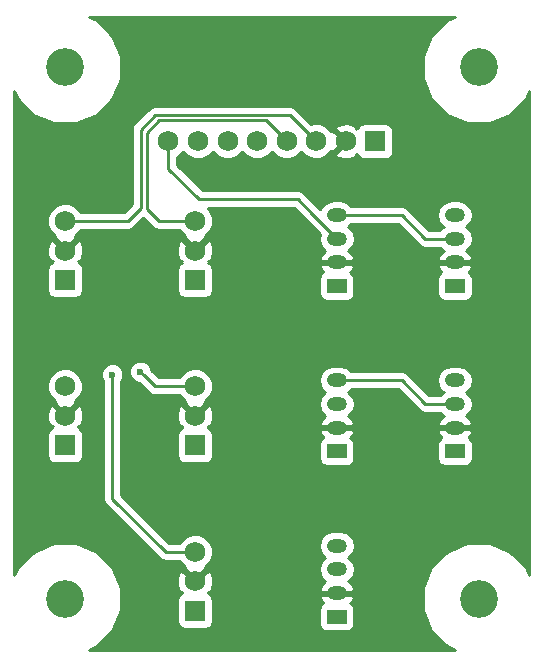
<source format=gbr>
G04 #@! TF.FileFunction,Copper,L1,Top,Signal*
%FSLAX46Y46*%
G04 Gerber Fmt 4.6, Leading zero omitted, Abs format (unit mm)*
G04 Created by KiCad (PCBNEW 4.0.3+e1-6302~38~ubuntu15.04.1-stable) date Sun Sep 25 08:18:55 2016*
%MOMM*%
%LPD*%
G01*
G04 APERTURE LIST*
%ADD10C,0.100000*%
%ADD11C,3.200000*%
%ADD12R,1.750000X1.750000*%
%ADD13C,1.750000*%
%ADD14R,1.700000X1.200000*%
%ADD15O,1.700000X1.200000*%
%ADD16C,0.600000*%
%ADD17C,0.250000*%
%ADD18C,0.254000*%
G04 APERTURE END LIST*
D10*
D11*
X50000000Y-55000000D03*
X85000000Y-55000000D03*
X50000000Y-100000000D03*
X85000000Y-100000000D03*
D12*
X76250000Y-61250000D03*
D13*
X73750000Y-61250000D03*
X71250000Y-61250000D03*
X68750000Y-61250000D03*
X66250000Y-61250000D03*
X63750000Y-61250000D03*
X61250000Y-61250000D03*
X58750000Y-61250000D03*
D12*
X50000000Y-73000000D03*
D13*
X50000000Y-70500000D03*
X50000000Y-68000000D03*
D12*
X61000000Y-73000000D03*
D13*
X61000000Y-70500000D03*
X61000000Y-68000000D03*
D12*
X50000000Y-87000000D03*
D13*
X50000000Y-84500000D03*
X50000000Y-82000000D03*
D12*
X61000000Y-87000000D03*
D13*
X61000000Y-84500000D03*
X61000000Y-82000000D03*
D12*
X61000000Y-101000000D03*
D13*
X61000000Y-98500000D03*
X61000000Y-96000000D03*
D14*
X73000000Y-73500000D03*
D15*
X73000000Y-71500000D03*
X73000000Y-69500000D03*
X73000000Y-67500000D03*
D14*
X83000000Y-73500000D03*
D15*
X83000000Y-71500000D03*
X83000000Y-69500000D03*
X83000000Y-67500000D03*
D14*
X73000000Y-87500000D03*
D15*
X73000000Y-85500000D03*
X73000000Y-83500000D03*
X73000000Y-81500000D03*
D14*
X83000000Y-87500000D03*
D15*
X83000000Y-85500000D03*
X83000000Y-83500000D03*
X83000000Y-81500000D03*
D14*
X73000000Y-101500000D03*
D15*
X73000000Y-99500000D03*
X73000000Y-97500000D03*
X73000000Y-95500000D03*
D16*
X56366609Y-80758690D03*
X54000000Y-81000000D03*
D17*
X71250000Y-61250000D02*
X69030923Y-59030923D01*
X69030923Y-59030923D02*
X57638647Y-59030923D01*
X56391455Y-66897116D02*
X55288571Y-68000000D01*
X57638647Y-59030923D02*
X56391455Y-60278115D01*
X56391455Y-60278115D02*
X56391455Y-66897116D01*
X55288571Y-68000000D02*
X50000000Y-68000000D01*
X68750000Y-61250000D02*
X66980934Y-59480934D01*
X66980934Y-59480934D02*
X57936089Y-59480934D01*
X57936089Y-59480934D02*
X56894873Y-60522150D01*
X56894873Y-60522150D02*
X56894873Y-66965478D01*
X57932213Y-68002818D02*
X60997182Y-68002818D01*
X56894873Y-66965478D02*
X57932213Y-68002818D01*
X60997182Y-68002818D02*
X61000000Y-68000000D01*
X56666608Y-81058689D02*
X56366609Y-80758690D01*
X57607919Y-82000000D02*
X56666608Y-81058689D01*
X61000000Y-82000000D02*
X57607919Y-82000000D01*
X54000000Y-81000000D02*
X54000000Y-91500000D01*
X61000000Y-96000000D02*
X58500000Y-96000000D01*
X54000000Y-91500000D02*
X58500000Y-96000000D01*
X58750000Y-61250000D02*
X58750000Y-63569970D01*
X58750000Y-63569970D02*
X61356976Y-66176946D01*
X61356976Y-66176946D02*
X69676946Y-66176946D01*
X69676946Y-66176946D02*
X71000000Y-67500000D01*
X71000000Y-67500000D02*
X73000000Y-69500000D01*
X73000000Y-67500000D02*
X78500000Y-67500000D01*
X80500000Y-69500000D02*
X83000000Y-69500000D01*
X78500000Y-67500000D02*
X80500000Y-69500000D01*
X83000000Y-67500000D02*
X83500000Y-67500000D01*
X73000000Y-81500000D02*
X78500000Y-81500000D01*
X80500000Y-83500000D02*
X83000000Y-83500000D01*
X78500000Y-81500000D02*
X80500000Y-83500000D01*
D18*
G36*
X82325868Y-50990308D02*
X80994981Y-52318874D01*
X80273823Y-54055617D01*
X80272182Y-55936133D01*
X80990308Y-57674132D01*
X82318874Y-59005019D01*
X84055617Y-59726177D01*
X85936133Y-59727818D01*
X87674132Y-59009692D01*
X89005019Y-57681126D01*
X89290000Y-56994815D01*
X89290000Y-98004266D01*
X89009692Y-97325868D01*
X87681126Y-95994981D01*
X85944383Y-95273823D01*
X84063867Y-95272182D01*
X82325868Y-95990308D01*
X80994981Y-97318874D01*
X80273823Y-99055617D01*
X80272182Y-100936133D01*
X80990308Y-102674132D01*
X82318874Y-104005019D01*
X83005185Y-104290000D01*
X51995734Y-104290000D01*
X52674132Y-104009692D01*
X54005019Y-102681126D01*
X54726177Y-100944383D01*
X54726892Y-100125000D01*
X59477560Y-100125000D01*
X59477560Y-101875000D01*
X59521838Y-102110317D01*
X59660910Y-102326441D01*
X59873110Y-102471431D01*
X60125000Y-102522440D01*
X61875000Y-102522440D01*
X62110317Y-102478162D01*
X62326441Y-102339090D01*
X62471431Y-102126890D01*
X62522440Y-101875000D01*
X62522440Y-100900000D01*
X71502560Y-100900000D01*
X71502560Y-102100000D01*
X71546838Y-102335317D01*
X71685910Y-102551441D01*
X71898110Y-102696431D01*
X72150000Y-102747440D01*
X73850000Y-102747440D01*
X74085317Y-102703162D01*
X74301441Y-102564090D01*
X74446431Y-102351890D01*
X74497440Y-102100000D01*
X74497440Y-100900000D01*
X74453162Y-100664683D01*
X74314090Y-100448559D01*
X74161691Y-100344429D01*
X74181933Y-100329125D01*
X74428286Y-99909376D01*
X74443462Y-99817609D01*
X74318731Y-99627000D01*
X73127000Y-99627000D01*
X73127000Y-99647000D01*
X72873000Y-99647000D01*
X72873000Y-99627000D01*
X71681269Y-99627000D01*
X71556538Y-99817609D01*
X71571714Y-99909376D01*
X71818067Y-100329125D01*
X71839420Y-100345269D01*
X71698559Y-100435910D01*
X71553569Y-100648110D01*
X71502560Y-100900000D01*
X62522440Y-100900000D01*
X62522440Y-100125000D01*
X62478162Y-99889683D01*
X62339090Y-99673559D01*
X62137774Y-99536006D01*
X62176694Y-99497086D01*
X62062062Y-99382454D01*
X62315953Y-99299116D01*
X62521590Y-98734694D01*
X62495579Y-98134542D01*
X62315953Y-97700884D01*
X62062060Y-97617545D01*
X61179605Y-98500000D01*
X61193748Y-98514143D01*
X61014143Y-98693748D01*
X61000000Y-98679605D01*
X60985858Y-98693748D01*
X60806253Y-98514143D01*
X60820395Y-98500000D01*
X59937940Y-97617545D01*
X59684047Y-97700884D01*
X59478410Y-98265306D01*
X59504421Y-98865458D01*
X59684047Y-99299116D01*
X59937938Y-99382454D01*
X59823306Y-99497086D01*
X59864356Y-99538136D01*
X59673559Y-99660910D01*
X59528569Y-99873110D01*
X59477560Y-100125000D01*
X54726892Y-100125000D01*
X54727818Y-99063867D01*
X54009692Y-97325868D01*
X52681126Y-95994981D01*
X50944383Y-95273823D01*
X49063867Y-95272182D01*
X47325868Y-95990308D01*
X45994981Y-97318874D01*
X45710000Y-98005185D01*
X45710000Y-86125000D01*
X48477560Y-86125000D01*
X48477560Y-87875000D01*
X48521838Y-88110317D01*
X48660910Y-88326441D01*
X48873110Y-88471431D01*
X49125000Y-88522440D01*
X50875000Y-88522440D01*
X51110317Y-88478162D01*
X51326441Y-88339090D01*
X51471431Y-88126890D01*
X51522440Y-87875000D01*
X51522440Y-86125000D01*
X51478162Y-85889683D01*
X51339090Y-85673559D01*
X51137774Y-85536006D01*
X51176694Y-85497086D01*
X51062062Y-85382454D01*
X51315953Y-85299116D01*
X51521590Y-84734694D01*
X51495579Y-84134542D01*
X51315953Y-83700884D01*
X51062060Y-83617545D01*
X50179605Y-84500000D01*
X50193748Y-84514143D01*
X50014143Y-84693748D01*
X50000000Y-84679605D01*
X49985858Y-84693748D01*
X49806253Y-84514143D01*
X49820395Y-84500000D01*
X48937940Y-83617545D01*
X48684047Y-83700884D01*
X48478410Y-84265306D01*
X48504421Y-84865458D01*
X48684047Y-85299116D01*
X48937938Y-85382454D01*
X48823306Y-85497086D01*
X48864356Y-85538136D01*
X48673559Y-85660910D01*
X48528569Y-85873110D01*
X48477560Y-86125000D01*
X45710000Y-86125000D01*
X45710000Y-82299040D01*
X48489738Y-82299040D01*
X48719138Y-82854229D01*
X49143537Y-83279370D01*
X49166469Y-83288892D01*
X49117545Y-83437940D01*
X50000000Y-84320395D01*
X50882455Y-83437940D01*
X50833682Y-83289352D01*
X50854229Y-83280862D01*
X51279370Y-82856463D01*
X51509738Y-82301675D01*
X51510262Y-81700960D01*
X51297141Y-81185167D01*
X53064838Y-81185167D01*
X53206883Y-81528943D01*
X53240000Y-81562118D01*
X53240000Y-91500000D01*
X53297852Y-91790839D01*
X53462599Y-92037401D01*
X57962599Y-96537401D01*
X58209161Y-96702148D01*
X58500000Y-96760000D01*
X59680203Y-96760000D01*
X59719138Y-96854229D01*
X60143537Y-97279370D01*
X60166469Y-97288892D01*
X60117545Y-97437940D01*
X61000000Y-98320395D01*
X61882455Y-97437940D01*
X61833682Y-97289352D01*
X61854229Y-97280862D01*
X62279370Y-96856463D01*
X62509738Y-96301675D01*
X62510262Y-95700960D01*
X62427227Y-95500000D01*
X71485907Y-95500000D01*
X71579916Y-95972614D01*
X71847630Y-96373277D01*
X72037285Y-96500000D01*
X71847630Y-96626723D01*
X71579916Y-97027386D01*
X71485907Y-97500000D01*
X71579916Y-97972614D01*
X71847630Y-98373277D01*
X72040891Y-98502410D01*
X71818067Y-98670875D01*
X71571714Y-99090624D01*
X71556538Y-99182391D01*
X71681269Y-99373000D01*
X72873000Y-99373000D01*
X72873000Y-99353000D01*
X73127000Y-99353000D01*
X73127000Y-99373000D01*
X74318731Y-99373000D01*
X74443462Y-99182391D01*
X74428286Y-99090624D01*
X74181933Y-98670875D01*
X73959109Y-98502410D01*
X74152370Y-98373277D01*
X74420084Y-97972614D01*
X74514093Y-97500000D01*
X74420084Y-97027386D01*
X74152370Y-96626723D01*
X73962715Y-96500000D01*
X74152370Y-96373277D01*
X74420084Y-95972614D01*
X74514093Y-95500000D01*
X74420084Y-95027386D01*
X74152370Y-94626723D01*
X73751707Y-94359009D01*
X73279093Y-94265000D01*
X72720907Y-94265000D01*
X72248293Y-94359009D01*
X71847630Y-94626723D01*
X71579916Y-95027386D01*
X71485907Y-95500000D01*
X62427227Y-95500000D01*
X62280862Y-95145771D01*
X61856463Y-94720630D01*
X61301675Y-94490262D01*
X60700960Y-94489738D01*
X60145771Y-94719138D01*
X59720630Y-95143537D01*
X59680575Y-95240000D01*
X58814802Y-95240000D01*
X54760000Y-91185198D01*
X54760000Y-86125000D01*
X59477560Y-86125000D01*
X59477560Y-87875000D01*
X59521838Y-88110317D01*
X59660910Y-88326441D01*
X59873110Y-88471431D01*
X60125000Y-88522440D01*
X61875000Y-88522440D01*
X62110317Y-88478162D01*
X62326441Y-88339090D01*
X62471431Y-88126890D01*
X62522440Y-87875000D01*
X62522440Y-86900000D01*
X71502560Y-86900000D01*
X71502560Y-88100000D01*
X71546838Y-88335317D01*
X71685910Y-88551441D01*
X71898110Y-88696431D01*
X72150000Y-88747440D01*
X73850000Y-88747440D01*
X74085317Y-88703162D01*
X74301441Y-88564090D01*
X74446431Y-88351890D01*
X74497440Y-88100000D01*
X74497440Y-86900000D01*
X81502560Y-86900000D01*
X81502560Y-88100000D01*
X81546838Y-88335317D01*
X81685910Y-88551441D01*
X81898110Y-88696431D01*
X82150000Y-88747440D01*
X83850000Y-88747440D01*
X84085317Y-88703162D01*
X84301441Y-88564090D01*
X84446431Y-88351890D01*
X84497440Y-88100000D01*
X84497440Y-86900000D01*
X84453162Y-86664683D01*
X84314090Y-86448559D01*
X84161691Y-86344429D01*
X84181933Y-86329125D01*
X84428286Y-85909376D01*
X84443462Y-85817609D01*
X84318731Y-85627000D01*
X83127000Y-85627000D01*
X83127000Y-85647000D01*
X82873000Y-85647000D01*
X82873000Y-85627000D01*
X81681269Y-85627000D01*
X81556538Y-85817609D01*
X81571714Y-85909376D01*
X81818067Y-86329125D01*
X81839420Y-86345269D01*
X81698559Y-86435910D01*
X81553569Y-86648110D01*
X81502560Y-86900000D01*
X74497440Y-86900000D01*
X74453162Y-86664683D01*
X74314090Y-86448559D01*
X74161691Y-86344429D01*
X74181933Y-86329125D01*
X74428286Y-85909376D01*
X74443462Y-85817609D01*
X74318731Y-85627000D01*
X73127000Y-85627000D01*
X73127000Y-85647000D01*
X72873000Y-85647000D01*
X72873000Y-85627000D01*
X71681269Y-85627000D01*
X71556538Y-85817609D01*
X71571714Y-85909376D01*
X71818067Y-86329125D01*
X71839420Y-86345269D01*
X71698559Y-86435910D01*
X71553569Y-86648110D01*
X71502560Y-86900000D01*
X62522440Y-86900000D01*
X62522440Y-86125000D01*
X62478162Y-85889683D01*
X62339090Y-85673559D01*
X62137774Y-85536006D01*
X62176694Y-85497086D01*
X62062062Y-85382454D01*
X62315953Y-85299116D01*
X62521590Y-84734694D01*
X62495579Y-84134542D01*
X62315953Y-83700884D01*
X62062060Y-83617545D01*
X61179605Y-84500000D01*
X61193748Y-84514143D01*
X61014143Y-84693748D01*
X61000000Y-84679605D01*
X60985858Y-84693748D01*
X60806253Y-84514143D01*
X60820395Y-84500000D01*
X59937940Y-83617545D01*
X59684047Y-83700884D01*
X59478410Y-84265306D01*
X59504421Y-84865458D01*
X59684047Y-85299116D01*
X59937938Y-85382454D01*
X59823306Y-85497086D01*
X59864356Y-85538136D01*
X59673559Y-85660910D01*
X59528569Y-85873110D01*
X59477560Y-86125000D01*
X54760000Y-86125000D01*
X54760000Y-81562463D01*
X54792192Y-81530327D01*
X54934838Y-81186799D01*
X54935049Y-80943857D01*
X55431447Y-80943857D01*
X55573492Y-81287633D01*
X55836282Y-81550882D01*
X56179810Y-81693528D01*
X56226686Y-81693569D01*
X57070518Y-82537401D01*
X57317080Y-82702148D01*
X57607919Y-82760000D01*
X59680203Y-82760000D01*
X59719138Y-82854229D01*
X60143537Y-83279370D01*
X60166469Y-83288892D01*
X60117545Y-83437940D01*
X61000000Y-84320395D01*
X61882455Y-83437940D01*
X61833682Y-83289352D01*
X61854229Y-83280862D01*
X62279370Y-82856463D01*
X62509738Y-82301675D01*
X62510262Y-81700960D01*
X62427227Y-81500000D01*
X71485907Y-81500000D01*
X71579916Y-81972614D01*
X71847630Y-82373277D01*
X72037285Y-82500000D01*
X71847630Y-82626723D01*
X71579916Y-83027386D01*
X71485907Y-83500000D01*
X71579916Y-83972614D01*
X71847630Y-84373277D01*
X72040891Y-84502410D01*
X71818067Y-84670875D01*
X71571714Y-85090624D01*
X71556538Y-85182391D01*
X71681269Y-85373000D01*
X72873000Y-85373000D01*
X72873000Y-85353000D01*
X73127000Y-85353000D01*
X73127000Y-85373000D01*
X74318731Y-85373000D01*
X74443462Y-85182391D01*
X74428286Y-85090624D01*
X74181933Y-84670875D01*
X73959109Y-84502410D01*
X74152370Y-84373277D01*
X74420084Y-83972614D01*
X74514093Y-83500000D01*
X74420084Y-83027386D01*
X74152370Y-82626723D01*
X73962715Y-82500000D01*
X74152370Y-82373277D01*
X74228059Y-82260000D01*
X78185198Y-82260000D01*
X79962599Y-84037401D01*
X80209161Y-84202148D01*
X80500000Y-84260000D01*
X81771941Y-84260000D01*
X81847630Y-84373277D01*
X82040891Y-84502410D01*
X81818067Y-84670875D01*
X81571714Y-85090624D01*
X81556538Y-85182391D01*
X81681269Y-85373000D01*
X82873000Y-85373000D01*
X82873000Y-85353000D01*
X83127000Y-85353000D01*
X83127000Y-85373000D01*
X84318731Y-85373000D01*
X84443462Y-85182391D01*
X84428286Y-85090624D01*
X84181933Y-84670875D01*
X83959109Y-84502410D01*
X84152370Y-84373277D01*
X84420084Y-83972614D01*
X84514093Y-83500000D01*
X84420084Y-83027386D01*
X84152370Y-82626723D01*
X83962715Y-82500000D01*
X84152370Y-82373277D01*
X84420084Y-81972614D01*
X84514093Y-81500000D01*
X84420084Y-81027386D01*
X84152370Y-80626723D01*
X83751707Y-80359009D01*
X83279093Y-80265000D01*
X82720907Y-80265000D01*
X82248293Y-80359009D01*
X81847630Y-80626723D01*
X81579916Y-81027386D01*
X81485907Y-81500000D01*
X81579916Y-81972614D01*
X81847630Y-82373277D01*
X82037285Y-82500000D01*
X81847630Y-82626723D01*
X81771941Y-82740000D01*
X80814802Y-82740000D01*
X79037401Y-80962599D01*
X78790839Y-80797852D01*
X78500000Y-80740000D01*
X74228059Y-80740000D01*
X74152370Y-80626723D01*
X73751707Y-80359009D01*
X73279093Y-80265000D01*
X72720907Y-80265000D01*
X72248293Y-80359009D01*
X71847630Y-80626723D01*
X71579916Y-81027386D01*
X71485907Y-81500000D01*
X62427227Y-81500000D01*
X62280862Y-81145771D01*
X61856463Y-80720630D01*
X61301675Y-80490262D01*
X60700960Y-80489738D01*
X60145771Y-80719138D01*
X59720630Y-81143537D01*
X59680575Y-81240000D01*
X57922721Y-81240000D01*
X57301731Y-80619010D01*
X57301771Y-80573523D01*
X57159726Y-80229747D01*
X56896936Y-79966498D01*
X56553408Y-79823852D01*
X56181442Y-79823528D01*
X55837666Y-79965573D01*
X55574417Y-80228363D01*
X55431771Y-80571891D01*
X55431447Y-80943857D01*
X54935049Y-80943857D01*
X54935162Y-80814833D01*
X54793117Y-80471057D01*
X54530327Y-80207808D01*
X54186799Y-80065162D01*
X53814833Y-80064838D01*
X53471057Y-80206883D01*
X53207808Y-80469673D01*
X53065162Y-80813201D01*
X53064838Y-81185167D01*
X51297141Y-81185167D01*
X51280862Y-81145771D01*
X50856463Y-80720630D01*
X50301675Y-80490262D01*
X49700960Y-80489738D01*
X49145771Y-80719138D01*
X48720630Y-81143537D01*
X48490262Y-81698325D01*
X48489738Y-82299040D01*
X45710000Y-82299040D01*
X45710000Y-72125000D01*
X48477560Y-72125000D01*
X48477560Y-73875000D01*
X48521838Y-74110317D01*
X48660910Y-74326441D01*
X48873110Y-74471431D01*
X49125000Y-74522440D01*
X50875000Y-74522440D01*
X51110317Y-74478162D01*
X51326441Y-74339090D01*
X51471431Y-74126890D01*
X51522440Y-73875000D01*
X51522440Y-72125000D01*
X59477560Y-72125000D01*
X59477560Y-73875000D01*
X59521838Y-74110317D01*
X59660910Y-74326441D01*
X59873110Y-74471431D01*
X60125000Y-74522440D01*
X61875000Y-74522440D01*
X62110317Y-74478162D01*
X62326441Y-74339090D01*
X62471431Y-74126890D01*
X62522440Y-73875000D01*
X62522440Y-72900000D01*
X71502560Y-72900000D01*
X71502560Y-74100000D01*
X71546838Y-74335317D01*
X71685910Y-74551441D01*
X71898110Y-74696431D01*
X72150000Y-74747440D01*
X73850000Y-74747440D01*
X74085317Y-74703162D01*
X74301441Y-74564090D01*
X74446431Y-74351890D01*
X74497440Y-74100000D01*
X74497440Y-72900000D01*
X81502560Y-72900000D01*
X81502560Y-74100000D01*
X81546838Y-74335317D01*
X81685910Y-74551441D01*
X81898110Y-74696431D01*
X82150000Y-74747440D01*
X83850000Y-74747440D01*
X84085317Y-74703162D01*
X84301441Y-74564090D01*
X84446431Y-74351890D01*
X84497440Y-74100000D01*
X84497440Y-72900000D01*
X84453162Y-72664683D01*
X84314090Y-72448559D01*
X84161691Y-72344429D01*
X84181933Y-72329125D01*
X84428286Y-71909376D01*
X84443462Y-71817609D01*
X84318731Y-71627000D01*
X83127000Y-71627000D01*
X83127000Y-71647000D01*
X82873000Y-71647000D01*
X82873000Y-71627000D01*
X81681269Y-71627000D01*
X81556538Y-71817609D01*
X81571714Y-71909376D01*
X81818067Y-72329125D01*
X81839420Y-72345269D01*
X81698559Y-72435910D01*
X81553569Y-72648110D01*
X81502560Y-72900000D01*
X74497440Y-72900000D01*
X74453162Y-72664683D01*
X74314090Y-72448559D01*
X74161691Y-72344429D01*
X74181933Y-72329125D01*
X74428286Y-71909376D01*
X74443462Y-71817609D01*
X74318731Y-71627000D01*
X73127000Y-71627000D01*
X73127000Y-71647000D01*
X72873000Y-71647000D01*
X72873000Y-71627000D01*
X71681269Y-71627000D01*
X71556538Y-71817609D01*
X71571714Y-71909376D01*
X71818067Y-72329125D01*
X71839420Y-72345269D01*
X71698559Y-72435910D01*
X71553569Y-72648110D01*
X71502560Y-72900000D01*
X62522440Y-72900000D01*
X62522440Y-72125000D01*
X62478162Y-71889683D01*
X62339090Y-71673559D01*
X62137774Y-71536006D01*
X62176694Y-71497086D01*
X62062062Y-71382454D01*
X62315953Y-71299116D01*
X62521590Y-70734694D01*
X62495579Y-70134542D01*
X62315953Y-69700884D01*
X62062060Y-69617545D01*
X61179605Y-70500000D01*
X61193748Y-70514143D01*
X61014143Y-70693748D01*
X61000000Y-70679605D01*
X60985858Y-70693748D01*
X60806253Y-70514143D01*
X60820395Y-70500000D01*
X59937940Y-69617545D01*
X59684047Y-69700884D01*
X59478410Y-70265306D01*
X59504421Y-70865458D01*
X59684047Y-71299116D01*
X59937938Y-71382454D01*
X59823306Y-71497086D01*
X59864356Y-71538136D01*
X59673559Y-71660910D01*
X59528569Y-71873110D01*
X59477560Y-72125000D01*
X51522440Y-72125000D01*
X51478162Y-71889683D01*
X51339090Y-71673559D01*
X51137774Y-71536006D01*
X51176694Y-71497086D01*
X51062062Y-71382454D01*
X51315953Y-71299116D01*
X51521590Y-70734694D01*
X51495579Y-70134542D01*
X51315953Y-69700884D01*
X51062060Y-69617545D01*
X50179605Y-70500000D01*
X50193748Y-70514143D01*
X50014143Y-70693748D01*
X50000000Y-70679605D01*
X49985858Y-70693748D01*
X49806253Y-70514143D01*
X49820395Y-70500000D01*
X48937940Y-69617545D01*
X48684047Y-69700884D01*
X48478410Y-70265306D01*
X48504421Y-70865458D01*
X48684047Y-71299116D01*
X48937938Y-71382454D01*
X48823306Y-71497086D01*
X48864356Y-71538136D01*
X48673559Y-71660910D01*
X48528569Y-71873110D01*
X48477560Y-72125000D01*
X45710000Y-72125000D01*
X45710000Y-68299040D01*
X48489738Y-68299040D01*
X48719138Y-68854229D01*
X49143537Y-69279370D01*
X49166469Y-69288892D01*
X49117545Y-69437940D01*
X50000000Y-70320395D01*
X50882455Y-69437940D01*
X50833682Y-69289352D01*
X50854229Y-69280862D01*
X51279370Y-68856463D01*
X51319425Y-68760000D01*
X55288571Y-68760000D01*
X55579410Y-68702148D01*
X55825972Y-68537401D01*
X56608983Y-67754390D01*
X57394812Y-68540219D01*
X57641373Y-68704966D01*
X57932213Y-68762818D01*
X59681368Y-68762818D01*
X59719138Y-68854229D01*
X60143537Y-69279370D01*
X60166469Y-69288892D01*
X60117545Y-69437940D01*
X61000000Y-70320395D01*
X61882455Y-69437940D01*
X61833682Y-69289352D01*
X61854229Y-69280862D01*
X62279370Y-68856463D01*
X62509738Y-68301675D01*
X62510262Y-67700960D01*
X62280862Y-67145771D01*
X62072401Y-66936946D01*
X69362144Y-66936946D01*
X71558790Y-69133592D01*
X71485907Y-69500000D01*
X71579916Y-69972614D01*
X71847630Y-70373277D01*
X72040891Y-70502410D01*
X71818067Y-70670875D01*
X71571714Y-71090624D01*
X71556538Y-71182391D01*
X71681269Y-71373000D01*
X72873000Y-71373000D01*
X72873000Y-71353000D01*
X73127000Y-71353000D01*
X73127000Y-71373000D01*
X74318731Y-71373000D01*
X74443462Y-71182391D01*
X74428286Y-71090624D01*
X74181933Y-70670875D01*
X73959109Y-70502410D01*
X74152370Y-70373277D01*
X74420084Y-69972614D01*
X74514093Y-69500000D01*
X74420084Y-69027386D01*
X74152370Y-68626723D01*
X73962715Y-68500000D01*
X74152370Y-68373277D01*
X74228059Y-68260000D01*
X78185198Y-68260000D01*
X79962599Y-70037401D01*
X80209161Y-70202148D01*
X80500000Y-70260000D01*
X81771941Y-70260000D01*
X81847630Y-70373277D01*
X82040891Y-70502410D01*
X81818067Y-70670875D01*
X81571714Y-71090624D01*
X81556538Y-71182391D01*
X81681269Y-71373000D01*
X82873000Y-71373000D01*
X82873000Y-71353000D01*
X83127000Y-71353000D01*
X83127000Y-71373000D01*
X84318731Y-71373000D01*
X84443462Y-71182391D01*
X84428286Y-71090624D01*
X84181933Y-70670875D01*
X83959109Y-70502410D01*
X84152370Y-70373277D01*
X84420084Y-69972614D01*
X84514093Y-69500000D01*
X84420084Y-69027386D01*
X84152370Y-68626723D01*
X83962715Y-68500000D01*
X84152370Y-68373277D01*
X84420084Y-67972614D01*
X84514093Y-67500000D01*
X84420084Y-67027386D01*
X84152370Y-66626723D01*
X83751707Y-66359009D01*
X83279093Y-66265000D01*
X82720907Y-66265000D01*
X82248293Y-66359009D01*
X81847630Y-66626723D01*
X81579916Y-67027386D01*
X81485907Y-67500000D01*
X81579916Y-67972614D01*
X81847630Y-68373277D01*
X82037285Y-68500000D01*
X81847630Y-68626723D01*
X81771941Y-68740000D01*
X80814802Y-68740000D01*
X79037401Y-66962599D01*
X78790839Y-66797852D01*
X78500000Y-66740000D01*
X74228059Y-66740000D01*
X74152370Y-66626723D01*
X73751707Y-66359009D01*
X73279093Y-66265000D01*
X72720907Y-66265000D01*
X72248293Y-66359009D01*
X71847630Y-66626723D01*
X71588837Y-67014035D01*
X70214347Y-65639545D01*
X69967785Y-65474798D01*
X69676946Y-65416946D01*
X61671778Y-65416946D01*
X59510000Y-63255168D01*
X59510000Y-62569797D01*
X59604229Y-62530862D01*
X60000318Y-62135464D01*
X60393537Y-62529370D01*
X60948325Y-62759738D01*
X61549040Y-62760262D01*
X62104229Y-62530862D01*
X62500318Y-62135464D01*
X62893537Y-62529370D01*
X63448325Y-62759738D01*
X64049040Y-62760262D01*
X64604229Y-62530862D01*
X65000318Y-62135464D01*
X65393537Y-62529370D01*
X65948325Y-62759738D01*
X66549040Y-62760262D01*
X67104229Y-62530862D01*
X67500318Y-62135464D01*
X67893537Y-62529370D01*
X68448325Y-62759738D01*
X69049040Y-62760262D01*
X69604229Y-62530862D01*
X70000318Y-62135464D01*
X70393537Y-62529370D01*
X70948325Y-62759738D01*
X71549040Y-62760262D01*
X72104229Y-62530862D01*
X72529370Y-62106463D01*
X72538892Y-62083531D01*
X72687940Y-62132455D01*
X73570395Y-61250000D01*
X72687940Y-60367545D01*
X72539352Y-60416318D01*
X72530862Y-60395771D01*
X72323394Y-60187940D01*
X72867545Y-60187940D01*
X73750000Y-61070395D01*
X73764143Y-61056253D01*
X73943748Y-61235858D01*
X73929605Y-61250000D01*
X73943748Y-61264143D01*
X73764143Y-61443748D01*
X73750000Y-61429605D01*
X72867545Y-62312060D01*
X72950884Y-62565953D01*
X73515306Y-62771590D01*
X74115458Y-62745579D01*
X74549116Y-62565953D01*
X74632454Y-62312062D01*
X74747086Y-62426694D01*
X74788136Y-62385644D01*
X74910910Y-62576441D01*
X75123110Y-62721431D01*
X75375000Y-62772440D01*
X77125000Y-62772440D01*
X77360317Y-62728162D01*
X77576441Y-62589090D01*
X77721431Y-62376890D01*
X77772440Y-62125000D01*
X77772440Y-60375000D01*
X77728162Y-60139683D01*
X77589090Y-59923559D01*
X77376890Y-59778569D01*
X77125000Y-59727560D01*
X75375000Y-59727560D01*
X75139683Y-59771838D01*
X74923559Y-59910910D01*
X74786006Y-60112226D01*
X74747086Y-60073306D01*
X74632454Y-60187938D01*
X74549116Y-59934047D01*
X73984694Y-59728410D01*
X73384542Y-59754421D01*
X72950884Y-59934047D01*
X72867545Y-60187940D01*
X72323394Y-60187940D01*
X72106463Y-59970630D01*
X71551675Y-59740262D01*
X70950960Y-59739738D01*
X70854427Y-59779625D01*
X69568324Y-58493522D01*
X69321762Y-58328775D01*
X69030923Y-58270923D01*
X57638647Y-58270923D01*
X57347808Y-58328775D01*
X57101246Y-58493522D01*
X55854054Y-59740714D01*
X55689307Y-59987276D01*
X55631455Y-60278115D01*
X55631455Y-66582314D01*
X54973769Y-67240000D01*
X51319797Y-67240000D01*
X51280862Y-67145771D01*
X50856463Y-66720630D01*
X50301675Y-66490262D01*
X49700960Y-66489738D01*
X49145771Y-66719138D01*
X48720630Y-67143537D01*
X48490262Y-67698325D01*
X48489738Y-68299040D01*
X45710000Y-68299040D01*
X45710000Y-56995734D01*
X45990308Y-57674132D01*
X47318874Y-59005019D01*
X49055617Y-59726177D01*
X50936133Y-59727818D01*
X52674132Y-59009692D01*
X54005019Y-57681126D01*
X54726177Y-55944383D01*
X54727818Y-54063867D01*
X54009692Y-52325868D01*
X52681126Y-50994981D01*
X51994815Y-50710000D01*
X83004266Y-50710000D01*
X82325868Y-50990308D01*
X82325868Y-50990308D01*
G37*
X82325868Y-50990308D02*
X80994981Y-52318874D01*
X80273823Y-54055617D01*
X80272182Y-55936133D01*
X80990308Y-57674132D01*
X82318874Y-59005019D01*
X84055617Y-59726177D01*
X85936133Y-59727818D01*
X87674132Y-59009692D01*
X89005019Y-57681126D01*
X89290000Y-56994815D01*
X89290000Y-98004266D01*
X89009692Y-97325868D01*
X87681126Y-95994981D01*
X85944383Y-95273823D01*
X84063867Y-95272182D01*
X82325868Y-95990308D01*
X80994981Y-97318874D01*
X80273823Y-99055617D01*
X80272182Y-100936133D01*
X80990308Y-102674132D01*
X82318874Y-104005019D01*
X83005185Y-104290000D01*
X51995734Y-104290000D01*
X52674132Y-104009692D01*
X54005019Y-102681126D01*
X54726177Y-100944383D01*
X54726892Y-100125000D01*
X59477560Y-100125000D01*
X59477560Y-101875000D01*
X59521838Y-102110317D01*
X59660910Y-102326441D01*
X59873110Y-102471431D01*
X60125000Y-102522440D01*
X61875000Y-102522440D01*
X62110317Y-102478162D01*
X62326441Y-102339090D01*
X62471431Y-102126890D01*
X62522440Y-101875000D01*
X62522440Y-100900000D01*
X71502560Y-100900000D01*
X71502560Y-102100000D01*
X71546838Y-102335317D01*
X71685910Y-102551441D01*
X71898110Y-102696431D01*
X72150000Y-102747440D01*
X73850000Y-102747440D01*
X74085317Y-102703162D01*
X74301441Y-102564090D01*
X74446431Y-102351890D01*
X74497440Y-102100000D01*
X74497440Y-100900000D01*
X74453162Y-100664683D01*
X74314090Y-100448559D01*
X74161691Y-100344429D01*
X74181933Y-100329125D01*
X74428286Y-99909376D01*
X74443462Y-99817609D01*
X74318731Y-99627000D01*
X73127000Y-99627000D01*
X73127000Y-99647000D01*
X72873000Y-99647000D01*
X72873000Y-99627000D01*
X71681269Y-99627000D01*
X71556538Y-99817609D01*
X71571714Y-99909376D01*
X71818067Y-100329125D01*
X71839420Y-100345269D01*
X71698559Y-100435910D01*
X71553569Y-100648110D01*
X71502560Y-100900000D01*
X62522440Y-100900000D01*
X62522440Y-100125000D01*
X62478162Y-99889683D01*
X62339090Y-99673559D01*
X62137774Y-99536006D01*
X62176694Y-99497086D01*
X62062062Y-99382454D01*
X62315953Y-99299116D01*
X62521590Y-98734694D01*
X62495579Y-98134542D01*
X62315953Y-97700884D01*
X62062060Y-97617545D01*
X61179605Y-98500000D01*
X61193748Y-98514143D01*
X61014143Y-98693748D01*
X61000000Y-98679605D01*
X60985858Y-98693748D01*
X60806253Y-98514143D01*
X60820395Y-98500000D01*
X59937940Y-97617545D01*
X59684047Y-97700884D01*
X59478410Y-98265306D01*
X59504421Y-98865458D01*
X59684047Y-99299116D01*
X59937938Y-99382454D01*
X59823306Y-99497086D01*
X59864356Y-99538136D01*
X59673559Y-99660910D01*
X59528569Y-99873110D01*
X59477560Y-100125000D01*
X54726892Y-100125000D01*
X54727818Y-99063867D01*
X54009692Y-97325868D01*
X52681126Y-95994981D01*
X50944383Y-95273823D01*
X49063867Y-95272182D01*
X47325868Y-95990308D01*
X45994981Y-97318874D01*
X45710000Y-98005185D01*
X45710000Y-86125000D01*
X48477560Y-86125000D01*
X48477560Y-87875000D01*
X48521838Y-88110317D01*
X48660910Y-88326441D01*
X48873110Y-88471431D01*
X49125000Y-88522440D01*
X50875000Y-88522440D01*
X51110317Y-88478162D01*
X51326441Y-88339090D01*
X51471431Y-88126890D01*
X51522440Y-87875000D01*
X51522440Y-86125000D01*
X51478162Y-85889683D01*
X51339090Y-85673559D01*
X51137774Y-85536006D01*
X51176694Y-85497086D01*
X51062062Y-85382454D01*
X51315953Y-85299116D01*
X51521590Y-84734694D01*
X51495579Y-84134542D01*
X51315953Y-83700884D01*
X51062060Y-83617545D01*
X50179605Y-84500000D01*
X50193748Y-84514143D01*
X50014143Y-84693748D01*
X50000000Y-84679605D01*
X49985858Y-84693748D01*
X49806253Y-84514143D01*
X49820395Y-84500000D01*
X48937940Y-83617545D01*
X48684047Y-83700884D01*
X48478410Y-84265306D01*
X48504421Y-84865458D01*
X48684047Y-85299116D01*
X48937938Y-85382454D01*
X48823306Y-85497086D01*
X48864356Y-85538136D01*
X48673559Y-85660910D01*
X48528569Y-85873110D01*
X48477560Y-86125000D01*
X45710000Y-86125000D01*
X45710000Y-82299040D01*
X48489738Y-82299040D01*
X48719138Y-82854229D01*
X49143537Y-83279370D01*
X49166469Y-83288892D01*
X49117545Y-83437940D01*
X50000000Y-84320395D01*
X50882455Y-83437940D01*
X50833682Y-83289352D01*
X50854229Y-83280862D01*
X51279370Y-82856463D01*
X51509738Y-82301675D01*
X51510262Y-81700960D01*
X51297141Y-81185167D01*
X53064838Y-81185167D01*
X53206883Y-81528943D01*
X53240000Y-81562118D01*
X53240000Y-91500000D01*
X53297852Y-91790839D01*
X53462599Y-92037401D01*
X57962599Y-96537401D01*
X58209161Y-96702148D01*
X58500000Y-96760000D01*
X59680203Y-96760000D01*
X59719138Y-96854229D01*
X60143537Y-97279370D01*
X60166469Y-97288892D01*
X60117545Y-97437940D01*
X61000000Y-98320395D01*
X61882455Y-97437940D01*
X61833682Y-97289352D01*
X61854229Y-97280862D01*
X62279370Y-96856463D01*
X62509738Y-96301675D01*
X62510262Y-95700960D01*
X62427227Y-95500000D01*
X71485907Y-95500000D01*
X71579916Y-95972614D01*
X71847630Y-96373277D01*
X72037285Y-96500000D01*
X71847630Y-96626723D01*
X71579916Y-97027386D01*
X71485907Y-97500000D01*
X71579916Y-97972614D01*
X71847630Y-98373277D01*
X72040891Y-98502410D01*
X71818067Y-98670875D01*
X71571714Y-99090624D01*
X71556538Y-99182391D01*
X71681269Y-99373000D01*
X72873000Y-99373000D01*
X72873000Y-99353000D01*
X73127000Y-99353000D01*
X73127000Y-99373000D01*
X74318731Y-99373000D01*
X74443462Y-99182391D01*
X74428286Y-99090624D01*
X74181933Y-98670875D01*
X73959109Y-98502410D01*
X74152370Y-98373277D01*
X74420084Y-97972614D01*
X74514093Y-97500000D01*
X74420084Y-97027386D01*
X74152370Y-96626723D01*
X73962715Y-96500000D01*
X74152370Y-96373277D01*
X74420084Y-95972614D01*
X74514093Y-95500000D01*
X74420084Y-95027386D01*
X74152370Y-94626723D01*
X73751707Y-94359009D01*
X73279093Y-94265000D01*
X72720907Y-94265000D01*
X72248293Y-94359009D01*
X71847630Y-94626723D01*
X71579916Y-95027386D01*
X71485907Y-95500000D01*
X62427227Y-95500000D01*
X62280862Y-95145771D01*
X61856463Y-94720630D01*
X61301675Y-94490262D01*
X60700960Y-94489738D01*
X60145771Y-94719138D01*
X59720630Y-95143537D01*
X59680575Y-95240000D01*
X58814802Y-95240000D01*
X54760000Y-91185198D01*
X54760000Y-86125000D01*
X59477560Y-86125000D01*
X59477560Y-87875000D01*
X59521838Y-88110317D01*
X59660910Y-88326441D01*
X59873110Y-88471431D01*
X60125000Y-88522440D01*
X61875000Y-88522440D01*
X62110317Y-88478162D01*
X62326441Y-88339090D01*
X62471431Y-88126890D01*
X62522440Y-87875000D01*
X62522440Y-86900000D01*
X71502560Y-86900000D01*
X71502560Y-88100000D01*
X71546838Y-88335317D01*
X71685910Y-88551441D01*
X71898110Y-88696431D01*
X72150000Y-88747440D01*
X73850000Y-88747440D01*
X74085317Y-88703162D01*
X74301441Y-88564090D01*
X74446431Y-88351890D01*
X74497440Y-88100000D01*
X74497440Y-86900000D01*
X81502560Y-86900000D01*
X81502560Y-88100000D01*
X81546838Y-88335317D01*
X81685910Y-88551441D01*
X81898110Y-88696431D01*
X82150000Y-88747440D01*
X83850000Y-88747440D01*
X84085317Y-88703162D01*
X84301441Y-88564090D01*
X84446431Y-88351890D01*
X84497440Y-88100000D01*
X84497440Y-86900000D01*
X84453162Y-86664683D01*
X84314090Y-86448559D01*
X84161691Y-86344429D01*
X84181933Y-86329125D01*
X84428286Y-85909376D01*
X84443462Y-85817609D01*
X84318731Y-85627000D01*
X83127000Y-85627000D01*
X83127000Y-85647000D01*
X82873000Y-85647000D01*
X82873000Y-85627000D01*
X81681269Y-85627000D01*
X81556538Y-85817609D01*
X81571714Y-85909376D01*
X81818067Y-86329125D01*
X81839420Y-86345269D01*
X81698559Y-86435910D01*
X81553569Y-86648110D01*
X81502560Y-86900000D01*
X74497440Y-86900000D01*
X74453162Y-86664683D01*
X74314090Y-86448559D01*
X74161691Y-86344429D01*
X74181933Y-86329125D01*
X74428286Y-85909376D01*
X74443462Y-85817609D01*
X74318731Y-85627000D01*
X73127000Y-85627000D01*
X73127000Y-85647000D01*
X72873000Y-85647000D01*
X72873000Y-85627000D01*
X71681269Y-85627000D01*
X71556538Y-85817609D01*
X71571714Y-85909376D01*
X71818067Y-86329125D01*
X71839420Y-86345269D01*
X71698559Y-86435910D01*
X71553569Y-86648110D01*
X71502560Y-86900000D01*
X62522440Y-86900000D01*
X62522440Y-86125000D01*
X62478162Y-85889683D01*
X62339090Y-85673559D01*
X62137774Y-85536006D01*
X62176694Y-85497086D01*
X62062062Y-85382454D01*
X62315953Y-85299116D01*
X62521590Y-84734694D01*
X62495579Y-84134542D01*
X62315953Y-83700884D01*
X62062060Y-83617545D01*
X61179605Y-84500000D01*
X61193748Y-84514143D01*
X61014143Y-84693748D01*
X61000000Y-84679605D01*
X60985858Y-84693748D01*
X60806253Y-84514143D01*
X60820395Y-84500000D01*
X59937940Y-83617545D01*
X59684047Y-83700884D01*
X59478410Y-84265306D01*
X59504421Y-84865458D01*
X59684047Y-85299116D01*
X59937938Y-85382454D01*
X59823306Y-85497086D01*
X59864356Y-85538136D01*
X59673559Y-85660910D01*
X59528569Y-85873110D01*
X59477560Y-86125000D01*
X54760000Y-86125000D01*
X54760000Y-81562463D01*
X54792192Y-81530327D01*
X54934838Y-81186799D01*
X54935049Y-80943857D01*
X55431447Y-80943857D01*
X55573492Y-81287633D01*
X55836282Y-81550882D01*
X56179810Y-81693528D01*
X56226686Y-81693569D01*
X57070518Y-82537401D01*
X57317080Y-82702148D01*
X57607919Y-82760000D01*
X59680203Y-82760000D01*
X59719138Y-82854229D01*
X60143537Y-83279370D01*
X60166469Y-83288892D01*
X60117545Y-83437940D01*
X61000000Y-84320395D01*
X61882455Y-83437940D01*
X61833682Y-83289352D01*
X61854229Y-83280862D01*
X62279370Y-82856463D01*
X62509738Y-82301675D01*
X62510262Y-81700960D01*
X62427227Y-81500000D01*
X71485907Y-81500000D01*
X71579916Y-81972614D01*
X71847630Y-82373277D01*
X72037285Y-82500000D01*
X71847630Y-82626723D01*
X71579916Y-83027386D01*
X71485907Y-83500000D01*
X71579916Y-83972614D01*
X71847630Y-84373277D01*
X72040891Y-84502410D01*
X71818067Y-84670875D01*
X71571714Y-85090624D01*
X71556538Y-85182391D01*
X71681269Y-85373000D01*
X72873000Y-85373000D01*
X72873000Y-85353000D01*
X73127000Y-85353000D01*
X73127000Y-85373000D01*
X74318731Y-85373000D01*
X74443462Y-85182391D01*
X74428286Y-85090624D01*
X74181933Y-84670875D01*
X73959109Y-84502410D01*
X74152370Y-84373277D01*
X74420084Y-83972614D01*
X74514093Y-83500000D01*
X74420084Y-83027386D01*
X74152370Y-82626723D01*
X73962715Y-82500000D01*
X74152370Y-82373277D01*
X74228059Y-82260000D01*
X78185198Y-82260000D01*
X79962599Y-84037401D01*
X80209161Y-84202148D01*
X80500000Y-84260000D01*
X81771941Y-84260000D01*
X81847630Y-84373277D01*
X82040891Y-84502410D01*
X81818067Y-84670875D01*
X81571714Y-85090624D01*
X81556538Y-85182391D01*
X81681269Y-85373000D01*
X82873000Y-85373000D01*
X82873000Y-85353000D01*
X83127000Y-85353000D01*
X83127000Y-85373000D01*
X84318731Y-85373000D01*
X84443462Y-85182391D01*
X84428286Y-85090624D01*
X84181933Y-84670875D01*
X83959109Y-84502410D01*
X84152370Y-84373277D01*
X84420084Y-83972614D01*
X84514093Y-83500000D01*
X84420084Y-83027386D01*
X84152370Y-82626723D01*
X83962715Y-82500000D01*
X84152370Y-82373277D01*
X84420084Y-81972614D01*
X84514093Y-81500000D01*
X84420084Y-81027386D01*
X84152370Y-80626723D01*
X83751707Y-80359009D01*
X83279093Y-80265000D01*
X82720907Y-80265000D01*
X82248293Y-80359009D01*
X81847630Y-80626723D01*
X81579916Y-81027386D01*
X81485907Y-81500000D01*
X81579916Y-81972614D01*
X81847630Y-82373277D01*
X82037285Y-82500000D01*
X81847630Y-82626723D01*
X81771941Y-82740000D01*
X80814802Y-82740000D01*
X79037401Y-80962599D01*
X78790839Y-80797852D01*
X78500000Y-80740000D01*
X74228059Y-80740000D01*
X74152370Y-80626723D01*
X73751707Y-80359009D01*
X73279093Y-80265000D01*
X72720907Y-80265000D01*
X72248293Y-80359009D01*
X71847630Y-80626723D01*
X71579916Y-81027386D01*
X71485907Y-81500000D01*
X62427227Y-81500000D01*
X62280862Y-81145771D01*
X61856463Y-80720630D01*
X61301675Y-80490262D01*
X60700960Y-80489738D01*
X60145771Y-80719138D01*
X59720630Y-81143537D01*
X59680575Y-81240000D01*
X57922721Y-81240000D01*
X57301731Y-80619010D01*
X57301771Y-80573523D01*
X57159726Y-80229747D01*
X56896936Y-79966498D01*
X56553408Y-79823852D01*
X56181442Y-79823528D01*
X55837666Y-79965573D01*
X55574417Y-80228363D01*
X55431771Y-80571891D01*
X55431447Y-80943857D01*
X54935049Y-80943857D01*
X54935162Y-80814833D01*
X54793117Y-80471057D01*
X54530327Y-80207808D01*
X54186799Y-80065162D01*
X53814833Y-80064838D01*
X53471057Y-80206883D01*
X53207808Y-80469673D01*
X53065162Y-80813201D01*
X53064838Y-81185167D01*
X51297141Y-81185167D01*
X51280862Y-81145771D01*
X50856463Y-80720630D01*
X50301675Y-80490262D01*
X49700960Y-80489738D01*
X49145771Y-80719138D01*
X48720630Y-81143537D01*
X48490262Y-81698325D01*
X48489738Y-82299040D01*
X45710000Y-82299040D01*
X45710000Y-72125000D01*
X48477560Y-72125000D01*
X48477560Y-73875000D01*
X48521838Y-74110317D01*
X48660910Y-74326441D01*
X48873110Y-74471431D01*
X49125000Y-74522440D01*
X50875000Y-74522440D01*
X51110317Y-74478162D01*
X51326441Y-74339090D01*
X51471431Y-74126890D01*
X51522440Y-73875000D01*
X51522440Y-72125000D01*
X59477560Y-72125000D01*
X59477560Y-73875000D01*
X59521838Y-74110317D01*
X59660910Y-74326441D01*
X59873110Y-74471431D01*
X60125000Y-74522440D01*
X61875000Y-74522440D01*
X62110317Y-74478162D01*
X62326441Y-74339090D01*
X62471431Y-74126890D01*
X62522440Y-73875000D01*
X62522440Y-72900000D01*
X71502560Y-72900000D01*
X71502560Y-74100000D01*
X71546838Y-74335317D01*
X71685910Y-74551441D01*
X71898110Y-74696431D01*
X72150000Y-74747440D01*
X73850000Y-74747440D01*
X74085317Y-74703162D01*
X74301441Y-74564090D01*
X74446431Y-74351890D01*
X74497440Y-74100000D01*
X74497440Y-72900000D01*
X81502560Y-72900000D01*
X81502560Y-74100000D01*
X81546838Y-74335317D01*
X81685910Y-74551441D01*
X81898110Y-74696431D01*
X82150000Y-74747440D01*
X83850000Y-74747440D01*
X84085317Y-74703162D01*
X84301441Y-74564090D01*
X84446431Y-74351890D01*
X84497440Y-74100000D01*
X84497440Y-72900000D01*
X84453162Y-72664683D01*
X84314090Y-72448559D01*
X84161691Y-72344429D01*
X84181933Y-72329125D01*
X84428286Y-71909376D01*
X84443462Y-71817609D01*
X84318731Y-71627000D01*
X83127000Y-71627000D01*
X83127000Y-71647000D01*
X82873000Y-71647000D01*
X82873000Y-71627000D01*
X81681269Y-71627000D01*
X81556538Y-71817609D01*
X81571714Y-71909376D01*
X81818067Y-72329125D01*
X81839420Y-72345269D01*
X81698559Y-72435910D01*
X81553569Y-72648110D01*
X81502560Y-72900000D01*
X74497440Y-72900000D01*
X74453162Y-72664683D01*
X74314090Y-72448559D01*
X74161691Y-72344429D01*
X74181933Y-72329125D01*
X74428286Y-71909376D01*
X74443462Y-71817609D01*
X74318731Y-71627000D01*
X73127000Y-71627000D01*
X73127000Y-71647000D01*
X72873000Y-71647000D01*
X72873000Y-71627000D01*
X71681269Y-71627000D01*
X71556538Y-71817609D01*
X71571714Y-71909376D01*
X71818067Y-72329125D01*
X71839420Y-72345269D01*
X71698559Y-72435910D01*
X71553569Y-72648110D01*
X71502560Y-72900000D01*
X62522440Y-72900000D01*
X62522440Y-72125000D01*
X62478162Y-71889683D01*
X62339090Y-71673559D01*
X62137774Y-71536006D01*
X62176694Y-71497086D01*
X62062062Y-71382454D01*
X62315953Y-71299116D01*
X62521590Y-70734694D01*
X62495579Y-70134542D01*
X62315953Y-69700884D01*
X62062060Y-69617545D01*
X61179605Y-70500000D01*
X61193748Y-70514143D01*
X61014143Y-70693748D01*
X61000000Y-70679605D01*
X60985858Y-70693748D01*
X60806253Y-70514143D01*
X60820395Y-70500000D01*
X59937940Y-69617545D01*
X59684047Y-69700884D01*
X59478410Y-70265306D01*
X59504421Y-70865458D01*
X59684047Y-71299116D01*
X59937938Y-71382454D01*
X59823306Y-71497086D01*
X59864356Y-71538136D01*
X59673559Y-71660910D01*
X59528569Y-71873110D01*
X59477560Y-72125000D01*
X51522440Y-72125000D01*
X51478162Y-71889683D01*
X51339090Y-71673559D01*
X51137774Y-71536006D01*
X51176694Y-71497086D01*
X51062062Y-71382454D01*
X51315953Y-71299116D01*
X51521590Y-70734694D01*
X51495579Y-70134542D01*
X51315953Y-69700884D01*
X51062060Y-69617545D01*
X50179605Y-70500000D01*
X50193748Y-70514143D01*
X50014143Y-70693748D01*
X50000000Y-70679605D01*
X49985858Y-70693748D01*
X49806253Y-70514143D01*
X49820395Y-70500000D01*
X48937940Y-69617545D01*
X48684047Y-69700884D01*
X48478410Y-70265306D01*
X48504421Y-70865458D01*
X48684047Y-71299116D01*
X48937938Y-71382454D01*
X48823306Y-71497086D01*
X48864356Y-71538136D01*
X48673559Y-71660910D01*
X48528569Y-71873110D01*
X48477560Y-72125000D01*
X45710000Y-72125000D01*
X45710000Y-68299040D01*
X48489738Y-68299040D01*
X48719138Y-68854229D01*
X49143537Y-69279370D01*
X49166469Y-69288892D01*
X49117545Y-69437940D01*
X50000000Y-70320395D01*
X50882455Y-69437940D01*
X50833682Y-69289352D01*
X50854229Y-69280862D01*
X51279370Y-68856463D01*
X51319425Y-68760000D01*
X55288571Y-68760000D01*
X55579410Y-68702148D01*
X55825972Y-68537401D01*
X56608983Y-67754390D01*
X57394812Y-68540219D01*
X57641373Y-68704966D01*
X57932213Y-68762818D01*
X59681368Y-68762818D01*
X59719138Y-68854229D01*
X60143537Y-69279370D01*
X60166469Y-69288892D01*
X60117545Y-69437940D01*
X61000000Y-70320395D01*
X61882455Y-69437940D01*
X61833682Y-69289352D01*
X61854229Y-69280862D01*
X62279370Y-68856463D01*
X62509738Y-68301675D01*
X62510262Y-67700960D01*
X62280862Y-67145771D01*
X62072401Y-66936946D01*
X69362144Y-66936946D01*
X71558790Y-69133592D01*
X71485907Y-69500000D01*
X71579916Y-69972614D01*
X71847630Y-70373277D01*
X72040891Y-70502410D01*
X71818067Y-70670875D01*
X71571714Y-71090624D01*
X71556538Y-71182391D01*
X71681269Y-71373000D01*
X72873000Y-71373000D01*
X72873000Y-71353000D01*
X73127000Y-71353000D01*
X73127000Y-71373000D01*
X74318731Y-71373000D01*
X74443462Y-71182391D01*
X74428286Y-71090624D01*
X74181933Y-70670875D01*
X73959109Y-70502410D01*
X74152370Y-70373277D01*
X74420084Y-69972614D01*
X74514093Y-69500000D01*
X74420084Y-69027386D01*
X74152370Y-68626723D01*
X73962715Y-68500000D01*
X74152370Y-68373277D01*
X74228059Y-68260000D01*
X78185198Y-68260000D01*
X79962599Y-70037401D01*
X80209161Y-70202148D01*
X80500000Y-70260000D01*
X81771941Y-70260000D01*
X81847630Y-70373277D01*
X82040891Y-70502410D01*
X81818067Y-70670875D01*
X81571714Y-71090624D01*
X81556538Y-71182391D01*
X81681269Y-71373000D01*
X82873000Y-71373000D01*
X82873000Y-71353000D01*
X83127000Y-71353000D01*
X83127000Y-71373000D01*
X84318731Y-71373000D01*
X84443462Y-71182391D01*
X84428286Y-71090624D01*
X84181933Y-70670875D01*
X83959109Y-70502410D01*
X84152370Y-70373277D01*
X84420084Y-69972614D01*
X84514093Y-69500000D01*
X84420084Y-69027386D01*
X84152370Y-68626723D01*
X83962715Y-68500000D01*
X84152370Y-68373277D01*
X84420084Y-67972614D01*
X84514093Y-67500000D01*
X84420084Y-67027386D01*
X84152370Y-66626723D01*
X83751707Y-66359009D01*
X83279093Y-66265000D01*
X82720907Y-66265000D01*
X82248293Y-66359009D01*
X81847630Y-66626723D01*
X81579916Y-67027386D01*
X81485907Y-67500000D01*
X81579916Y-67972614D01*
X81847630Y-68373277D01*
X82037285Y-68500000D01*
X81847630Y-68626723D01*
X81771941Y-68740000D01*
X80814802Y-68740000D01*
X79037401Y-66962599D01*
X78790839Y-66797852D01*
X78500000Y-66740000D01*
X74228059Y-66740000D01*
X74152370Y-66626723D01*
X73751707Y-66359009D01*
X73279093Y-66265000D01*
X72720907Y-66265000D01*
X72248293Y-66359009D01*
X71847630Y-66626723D01*
X71588837Y-67014035D01*
X70214347Y-65639545D01*
X69967785Y-65474798D01*
X69676946Y-65416946D01*
X61671778Y-65416946D01*
X59510000Y-63255168D01*
X59510000Y-62569797D01*
X59604229Y-62530862D01*
X60000318Y-62135464D01*
X60393537Y-62529370D01*
X60948325Y-62759738D01*
X61549040Y-62760262D01*
X62104229Y-62530862D01*
X62500318Y-62135464D01*
X62893537Y-62529370D01*
X63448325Y-62759738D01*
X64049040Y-62760262D01*
X64604229Y-62530862D01*
X65000318Y-62135464D01*
X65393537Y-62529370D01*
X65948325Y-62759738D01*
X66549040Y-62760262D01*
X67104229Y-62530862D01*
X67500318Y-62135464D01*
X67893537Y-62529370D01*
X68448325Y-62759738D01*
X69049040Y-62760262D01*
X69604229Y-62530862D01*
X70000318Y-62135464D01*
X70393537Y-62529370D01*
X70948325Y-62759738D01*
X71549040Y-62760262D01*
X72104229Y-62530862D01*
X72529370Y-62106463D01*
X72538892Y-62083531D01*
X72687940Y-62132455D01*
X73570395Y-61250000D01*
X72687940Y-60367545D01*
X72539352Y-60416318D01*
X72530862Y-60395771D01*
X72323394Y-60187940D01*
X72867545Y-60187940D01*
X73750000Y-61070395D01*
X73764143Y-61056253D01*
X73943748Y-61235858D01*
X73929605Y-61250000D01*
X73943748Y-61264143D01*
X73764143Y-61443748D01*
X73750000Y-61429605D01*
X72867545Y-62312060D01*
X72950884Y-62565953D01*
X73515306Y-62771590D01*
X74115458Y-62745579D01*
X74549116Y-62565953D01*
X74632454Y-62312062D01*
X74747086Y-62426694D01*
X74788136Y-62385644D01*
X74910910Y-62576441D01*
X75123110Y-62721431D01*
X75375000Y-62772440D01*
X77125000Y-62772440D01*
X77360317Y-62728162D01*
X77576441Y-62589090D01*
X77721431Y-62376890D01*
X77772440Y-62125000D01*
X77772440Y-60375000D01*
X77728162Y-60139683D01*
X77589090Y-59923559D01*
X77376890Y-59778569D01*
X77125000Y-59727560D01*
X75375000Y-59727560D01*
X75139683Y-59771838D01*
X74923559Y-59910910D01*
X74786006Y-60112226D01*
X74747086Y-60073306D01*
X74632454Y-60187938D01*
X74549116Y-59934047D01*
X73984694Y-59728410D01*
X73384542Y-59754421D01*
X72950884Y-59934047D01*
X72867545Y-60187940D01*
X72323394Y-60187940D01*
X72106463Y-59970630D01*
X71551675Y-59740262D01*
X70950960Y-59739738D01*
X70854427Y-59779625D01*
X69568324Y-58493522D01*
X69321762Y-58328775D01*
X69030923Y-58270923D01*
X57638647Y-58270923D01*
X57347808Y-58328775D01*
X57101246Y-58493522D01*
X55854054Y-59740714D01*
X55689307Y-59987276D01*
X55631455Y-60278115D01*
X55631455Y-66582314D01*
X54973769Y-67240000D01*
X51319797Y-67240000D01*
X51280862Y-67145771D01*
X50856463Y-66720630D01*
X50301675Y-66490262D01*
X49700960Y-66489738D01*
X49145771Y-66719138D01*
X48720630Y-67143537D01*
X48490262Y-67698325D01*
X48489738Y-68299040D01*
X45710000Y-68299040D01*
X45710000Y-56995734D01*
X45990308Y-57674132D01*
X47318874Y-59005019D01*
X49055617Y-59726177D01*
X50936133Y-59727818D01*
X52674132Y-59009692D01*
X54005019Y-57681126D01*
X54726177Y-55944383D01*
X54727818Y-54063867D01*
X54009692Y-52325868D01*
X52681126Y-50994981D01*
X51994815Y-50710000D01*
X83004266Y-50710000D01*
X82325868Y-50990308D01*
M02*

</source>
